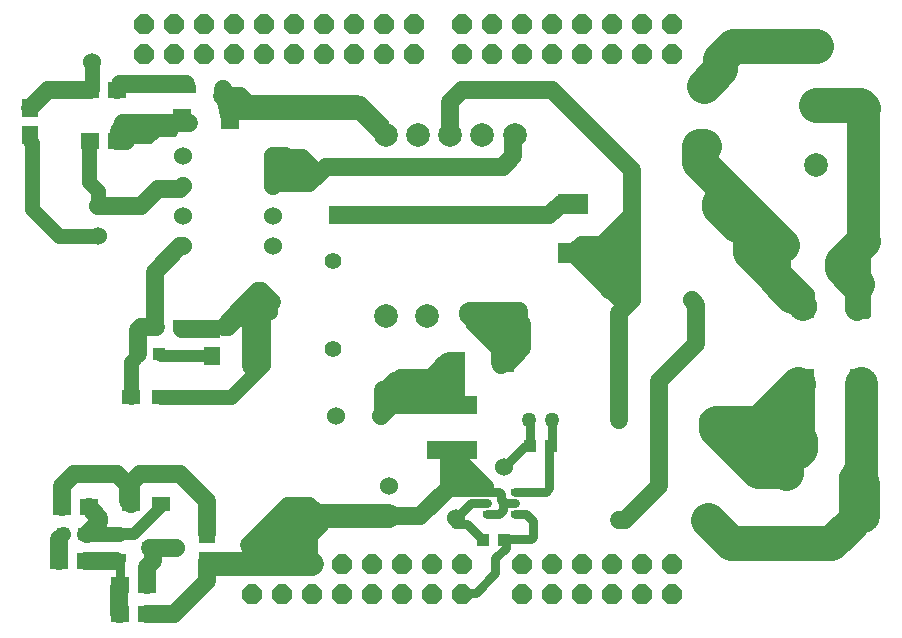
<source format=gbr>
%FSLAX23Y23*%
%MOIN*%
G04 EasyPC Gerber Version 17.0 Build 3379 *
%AMT24*0 Octagon Pad at angle 0*4,1,8,-0.01367,-0.03300,0.01367,-0.03300,0.03300,-0.01367,0.03300,0.01367,0.01367,0.03300,-0.01367,0.03300,-0.03300,0.01367,-0.03300,-0.01367,-0.01367,-0.03300,0*%
%ADD24T24*%
%ADD84R,0.04724X0.05906*%
%ADD76R,0.04921X0.02559*%
%ADD78R,0.05500X0.06000*%
%ADD81R,0.06299X0.06850*%
%ADD90C,0.01500*%
%ADD89C,0.01575*%
%ADD87C,0.02362*%
%ADD19C,0.02500*%
%ADD92C,0.02756*%
%ADD22C,0.02953*%
%ADD91C,0.03150*%
%ADD21C,0.03937*%
%ADD86C,0.05000*%
%ADD83C,0.05000*%
%ADD88C,0.05118*%
%ADD126C,0.05512*%
%ADD20C,0.05906*%
%ADD73C,0.05906*%
%ADD23C,0.06000*%
%ADD25C,0.06000*%
%ADD29C,0.06000*%
%ADD28C,0.06693*%
%ADD85C,0.07874*%
%ADD27C,0.07874*%
%ADD71C,0.11024*%
%ADD70C,0.11811*%
%ADD72R,0.02756X0.02362*%
%ADD80R,0.04724X0.02756*%
%ADD26R,0.04291X0.03937*%
%ADD79R,0.05906X0.05118*%
%ADD77R,0.06000X0.05500*%
%ADD75R,0.06850X0.06299*%
%ADD82R,0.16929X0.06299*%
%ADD74R,0.10236X0.06693*%
X0Y0D02*
D02*
D19*
X2766Y1225D02*
G75*
G03X2816Y1175I25J-25D01*
G01*
G75*
G03X2766Y1225I-25J25*
G01*
G36*
G75*
G03X2816Y1175I25J-25*
G01*
G75*
G03X2766Y1225I-25J25*
G01*
G37*
X2811Y1195D02*
G75*
G03X2861Y1145I25J-25D01*
G01*
G75*
G03X2811Y1195I-25J25*
G01*
G36*
G75*
G03X2861Y1145I25J-25*
G01*
G75*
G03X2811Y1195I-25J25*
G01*
G37*
X3001Y1140D02*
X3051D01*
Y1375*
X3001*
Y1140*
G36*
X3051*
Y1375*
X3001*
Y1140*
G37*
D02*
D70*
X2506Y1705D02*
X2491D01*
Y1652*
X2768Y1376*
X2556Y1515D02*
Y1500D01*
X2616Y1440*
X2661*
Y1350*
X2746Y1265*
Y1260*
X2801Y1205*
X2806*
X2821Y910D02*
X2691Y780D01*
X2546*
Y760*
X2686Y620*
X2776*
X2781Y615*
Y630*
X2706Y705*
X2726*
X2806Y840*
Y745*
X2826Y725*
Y695*
X2816Y685*
X2881Y1840D02*
X3026D01*
X3036Y1830*
X2881Y2037D02*
X2603D01*
X2561Y1995*
Y1960*
X2506Y1905*
X2996Y445D02*
X2931Y380D01*
X2597*
X2519Y458*
X3016Y1246D02*
X2965Y1298D01*
Y1313*
X3036Y1389D02*
X2965Y1318D01*
Y1313*
D02*
D71*
X3031Y915D02*
Y495D01*
X3036Y470*
Y580*
X3021Y595*
Y615*
X3031Y625*
X3036Y1830D02*
Y1389D01*
D02*
D20*
X356Y320D02*
Y395D01*
X366Y500D02*
Y570D01*
X406Y610*
X551*
X586Y575*
Y523*
X597Y513*
X446Y320D02*
X545D01*
X451Y410D02*
X491Y450D01*
Y465*
X456Y500*
X461Y1890D02*
X321D01*
X261Y1830*
X486Y1505D02*
X631D01*
X686Y1560*
X761*
X771Y1570*
X551Y1720D02*
X581D01*
X556Y1725D02*
Y1755D01*
X561Y145D02*
X556D01*
Y235*
X561Y240*
Y1900D02*
X551Y1890D01*
X561Y1910D02*
X781D01*
X566Y1775D02*
Y1745D01*
X571Y1780D02*
X791D01*
X581Y1750D02*
X651D01*
X656Y1745*
X597Y513D02*
Y580D01*
X626Y610*
X761*
X851Y520*
Y410*
X621Y1010D02*
Y1090D01*
X631Y1100*
X681*
X651Y240D02*
Y300D01*
X671Y320*
Y354*
X676Y1105D02*
Y1285D01*
X761Y1370*
X771*
X746Y365D02*
X660D01*
X851Y320D02*
Y255D01*
X741Y145*
X651*
X866Y1095D02*
X766D01*
X901Y1870D02*
X961D01*
X986Y1845*
X1346*
X1351Y1840*
X1361*
X1431Y1770*
X906Y1100D02*
X924Y1118D01*
Y1123*
X1021Y1220*
X1031*
X1066Y1185*
X1006*
X921Y1100*
X928Y1795D02*
X902Y1895D01*
X996Y350D02*
X1191D01*
Y405*
X1226Y440*
Y470*
X1191Y505*
X1121*
X991Y375*
X1041*
X1126Y460*
X996Y1135D02*
Y970D01*
X1071Y1570D02*
Y1670D01*
X1111*
Y1625*
X1116Y1620*
X1206*
X1211Y1625*
X1206*
X1166Y1665*
X1101*
X1291Y1474D02*
Y1475D01*
X1991*
X2029Y1513*
X2071*
X1291Y1636D02*
X1838D01*
X1871Y1670*
Y1738*
X1875Y1742*
X1291Y1636D02*
X1248D01*
X1191Y1580*
X1081*
X1071Y1570*
X1436Y890D02*
Y830D01*
X1447Y1742D02*
X1439D01*
X1361Y1820*
X927*
X928Y1795*
X1451Y875D02*
X1596D01*
X1456Y470D02*
X1561D01*
X1656Y565*
X1476Y920D02*
X1439Y883D01*
X1541Y895D02*
X1641D01*
X1591Y930D02*
X1496D01*
X1636Y975D02*
Y905D01*
X1651Y985D02*
X1601Y935D01*
X1656Y565D02*
Y680D01*
X1666Y690*
X1661Y1742D02*
Y1850D01*
X1701Y1890*
X2001*
X2266Y1625*
Y1475*
X2166Y1375*
X2099*
X2071Y1348*
X1666Y840D02*
X1466D01*
X1431Y805*
X1680Y985D02*
Y854D01*
X1666Y840*
X1741Y1115D02*
X1831Y1025D01*
X1756Y1135D02*
X1846Y1045D01*
X1871*
X1881Y1055*
X1806*
X1721Y1140*
Y1150*
X1726Y1155*
X1891*
Y1120*
X1866Y1095*
X1851*
X1826Y1120*
Y980*
X1831Y975*
X1843Y985D02*
X1856D01*
X1901Y1030*
Y1112*
X1875Y1138*
X2136Y1355D02*
Y1315D01*
X2191Y1225D02*
Y1285D01*
Y1360D02*
Y1275D01*
X2224Y458D02*
X2244D01*
X2356Y570*
Y920*
X2481Y1045*
Y1175*
X2466Y1190*
X2224Y792D02*
Y1147D01*
X2266Y1190*
X2231Y1400D02*
Y1230D01*
X2266Y1190D02*
X2229D01*
X2071Y1348*
X2266Y1200D02*
Y1480D01*
D02*
D21*
X681Y1100D02*
X686Y1105D01*
X676*
X697Y500D02*
X606Y410D01*
X560*
X790Y1900D02*
X561D01*
X866Y1005D02*
X696D01*
X1686Y670D02*
X1786Y570D01*
X1691*
Y645*
X1681Y655*
Y640*
X1726Y595*
Y630*
X1721Y635*
Y605*
X1726Y600*
D02*
D22*
X1681Y465D02*
Y475D01*
X1686*
X1676Y445*
X1716*
X1771Y390*
X1784Y478D02*
X1824D01*
X1836Y490*
Y520*
X1831Y525*
X1784Y515D02*
X1731D01*
X1681Y465*
X1784Y553D02*
X1824D01*
X1831Y545*
Y525*
X1784Y553D02*
X1669D01*
X1656Y565*
X1831Y525D02*
X1841Y515D01*
X1878*
X1841Y390D02*
X1846D01*
Y365*
X1811Y330*
Y280*
X1746Y215*
X1706*
X1701Y210*
X1878Y478D02*
X1914D01*
X1936Y455*
Y400*
X1931Y395*
X1846*
X1841Y390*
X1878Y553D02*
X1979D01*
X1991Y565*
Y700*
X1996Y705*
X1926D02*
X1911D01*
X1841Y635*
X1926Y705D02*
Y786D01*
X1922Y790*
X1996Y705D02*
X2001D01*
Y789*
X2001Y790*
X2796Y600D02*
X2666D01*
X2571Y695*
Y740*
X2519Y792*
X2851Y931D02*
X2861D01*
Y745*
X2816Y700*
Y620*
X2796Y600*
X3016Y931D02*
Y650D01*
X2996Y630*
Y600*
D02*
D23*
X466Y1985D03*
X746Y365D03*
X981Y1160D03*
X1026Y1215D03*
X1056Y1150D03*
X1681Y465D03*
X1841Y635D03*
D02*
D24*
X641Y2010D03*
Y2110D03*
X741Y2010D03*
Y2110D03*
X841Y2010D03*
Y2110D03*
X941Y2010D03*
Y2110D03*
X1001Y210D03*
Y310D03*
X1041Y2010D03*
Y2110D03*
X1101Y210D03*
Y310D03*
X1141Y2010D03*
Y2110D03*
X1201Y210D03*
Y310D03*
X1241Y2010D03*
Y2110D03*
X1301Y210D03*
Y310D03*
X1341Y2010D03*
Y2110D03*
X1401Y210D03*
Y310D03*
X1441Y2010D03*
Y2110D03*
X1501Y210D03*
Y310D03*
X1541Y2010D03*
Y2110D03*
X1601Y210D03*
Y310D03*
X1701Y210D03*
Y310D03*
Y2010D03*
Y2110D03*
X1801Y2010D03*
Y2110D03*
X1901Y210D03*
Y310D03*
Y2010D03*
Y2110D03*
X2001Y210D03*
Y310D03*
Y2010D03*
Y2110D03*
X2101Y210D03*
Y310D03*
Y2010D03*
Y2110D03*
X2201Y210D03*
Y310D03*
Y2010D03*
Y2110D03*
X2301Y210D03*
Y310D03*
Y2010D03*
Y2110D03*
X2401Y210D03*
Y310D03*
Y2010D03*
Y2110D03*
D02*
D25*
X771Y1370D03*
Y1470D03*
Y1570D03*
Y1670D03*
X1071Y1370D03*
Y1470D03*
Y1570D03*
Y1670D03*
X2768Y1376D03*
X2965Y1313D03*
D02*
D26*
X371Y410D03*
X441D03*
X621Y1010D03*
X686Y1105D03*
X691Y1010D03*
X756Y1105D03*
X1771Y390D03*
X1841D03*
X1926Y705D03*
X1996D03*
D02*
D27*
X1447Y1138D03*
Y1742D03*
X1554D03*
X1584Y1138D03*
X1661Y1742D03*
X1738Y1138D03*
X1768Y1742D03*
X1875Y1138D03*
Y1742D03*
X2881Y1643D03*
Y1840D03*
Y2037D03*
D02*
D28*
X2506Y1705D03*
Y1905D03*
D02*
D29*
X486Y1405D03*
Y1505D03*
X1281Y805D03*
X1431D03*
X1456Y470D03*
Y570D03*
X2266Y1190D03*
X2466D03*
X2796Y600D03*
X2996D03*
D02*
D72*
X1784Y478D03*
Y515D03*
Y553D03*
X1878Y478D03*
Y515D03*
Y553D03*
D02*
D73*
X2224Y458D03*
Y792D03*
X2519Y458D03*
Y792D03*
D02*
D74*
X2071Y1348D03*
Y1513D03*
D02*
D75*
X1291Y1474D03*
Y1636D03*
D02*
D76*
X790Y1895D03*
X902D03*
D02*
D77*
X356Y320D03*
X366Y500D03*
X446Y320D03*
X456Y500D03*
X461Y1720D03*
Y1890D03*
X551Y1720D03*
Y1890D03*
X561Y145D03*
Y240D03*
X651Y145D03*
Y240D03*
D02*
D78*
X261Y1740D03*
Y1830D03*
X851Y320D03*
Y410D03*
X866Y1005D03*
Y1095D03*
D02*
D79*
X597Y513D03*
Y867D03*
X697Y513D03*
Y867D03*
D02*
D80*
X558Y333D03*
Y407D03*
X655Y370D03*
D02*
D81*
X765Y1795D03*
X928D03*
X1680Y985D03*
X1843D03*
D02*
D82*
X1666Y690D03*
Y840D03*
D02*
D83*
X1922Y790D03*
X2001D03*
D02*
D84*
X2851Y931D03*
Y1160D03*
X3016Y931D03*
Y1160D03*
D02*
D85*
X1001Y310D02*
X861D01*
X1101D02*
X1001D01*
X1201D02*
X1101D01*
X1456Y470D02*
X1191D01*
X1106Y385*
X1126*
X1201Y310*
X2996Y600D02*
Y445D01*
X3016Y1160D02*
Y1246D01*
D02*
D86*
X466Y1985D02*
Y1895D01*
X461Y1890*
X486Y1405D02*
X356D01*
X266Y1495*
Y1715*
X261Y1720*
Y1740*
X486Y1505D02*
Y1555D01*
X456Y1585*
Y1715*
X461Y1720*
X597Y867D02*
Y985D01*
X621Y1010*
X697Y867D02*
X929D01*
X1036Y975*
Y1175*
X1056Y1195*
X861Y310D02*
X851Y320D01*
X2851Y1160D02*
Y1211D01*
X2771Y1290*
Y1372*
X2768Y1376*
D02*
D87*
X660Y365D02*
X655Y370D01*
X671Y354D02*
X655Y370D01*
X766Y1095D02*
X756Y1105D01*
D02*
D88*
X356Y395D02*
X371Y410D01*
X441D02*
X451D01*
X441D02*
X555D01*
D02*
D89*
X558Y407D01*
X790Y1895D02*
Y1900D01*
D02*
D90*
X551Y1720D02*
X661D01*
X686Y1745*
X740*
X765Y1795*
X551Y1720D02*
Y1760D01*
X571Y1780*
X560Y410D02*
X558Y407D01*
X696Y1005D02*
X691Y1010D01*
X697Y513D02*
Y500D01*
D02*
D91*
X545Y320D02*
X558Y333D01*
X561Y240D02*
Y329D01*
D02*
D92*
X558Y333D01*
D02*
D126*
X1271Y1027D03*
Y1323D03*
X0Y0D02*
M02*

</source>
